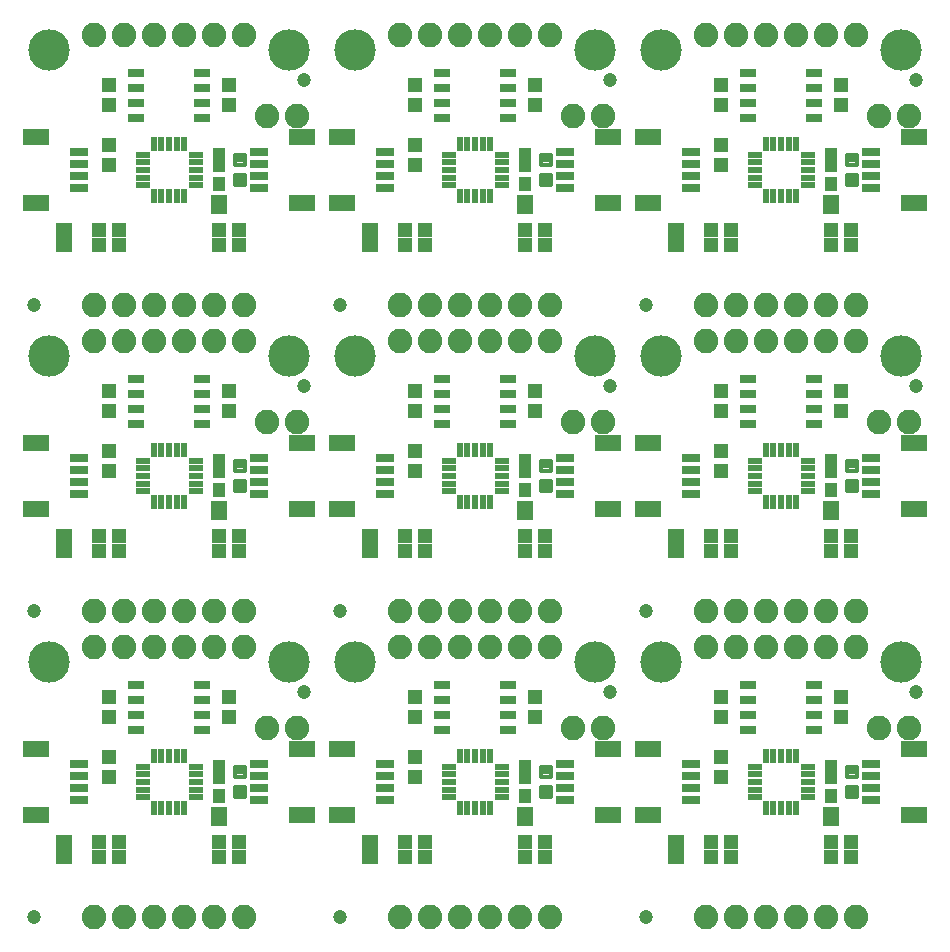
<source format=gts>
G75*
%MOIN*%
%OFA0B0*%
%FSLAX25Y25*%
%IPPOS*%
%LPD*%
%AMOC8*
5,1,8,0,0,1.08239X$1,22.5*
%
%ADD10C,0.08200*%
%ADD11R,0.05131X0.04737*%
%ADD12C,0.13800*%
%ADD13R,0.05800X0.03300*%
%ADD14C,0.04737*%
%ADD15R,0.01981X0.05131*%
%ADD16R,0.05131X0.01981*%
%ADD17R,0.04737X0.05131*%
%ADD18R,0.05524X0.03162*%
%ADD19R,0.08674X0.05524*%
%ADD20R,0.06115X0.03162*%
%ADD21C,0.01421*%
%ADD22R,0.03950X0.04737*%
%ADD23R,0.03950X0.08280*%
D10*
X0098333Y0043333D03*
X0108333Y0043333D03*
X0118333Y0043333D03*
X0128333Y0043333D03*
X0138333Y0043333D03*
X0148333Y0043333D03*
X0200333Y0043333D03*
X0210333Y0043333D03*
X0220333Y0043333D03*
X0230333Y0043333D03*
X0240333Y0043333D03*
X0250333Y0043333D03*
X0302333Y0043333D03*
X0312333Y0043333D03*
X0322333Y0043333D03*
X0332333Y0043333D03*
X0342333Y0043333D03*
X0352333Y0043333D03*
X0359833Y0106333D03*
X0369833Y0106333D03*
X0352333Y0133333D03*
X0342333Y0133333D03*
X0332333Y0133333D03*
X0322333Y0133333D03*
X0312333Y0133333D03*
X0302333Y0133333D03*
X0302333Y0145333D03*
X0312333Y0145333D03*
X0322333Y0145333D03*
X0332333Y0145333D03*
X0342333Y0145333D03*
X0352333Y0145333D03*
X0359833Y0208333D03*
X0369833Y0208333D03*
X0352333Y0235333D03*
X0342333Y0235333D03*
X0332333Y0235333D03*
X0322333Y0235333D03*
X0312333Y0235333D03*
X0302333Y0235333D03*
X0302333Y0247333D03*
X0312333Y0247333D03*
X0322333Y0247333D03*
X0332333Y0247333D03*
X0342333Y0247333D03*
X0352333Y0247333D03*
X0359833Y0310333D03*
X0369833Y0310333D03*
X0352333Y0337333D03*
X0342333Y0337333D03*
X0332333Y0337333D03*
X0322333Y0337333D03*
X0312333Y0337333D03*
X0302333Y0337333D03*
X0267833Y0310333D03*
X0257833Y0310333D03*
X0250333Y0337333D03*
X0240333Y0337333D03*
X0230333Y0337333D03*
X0220333Y0337333D03*
X0210333Y0337333D03*
X0200333Y0337333D03*
X0165833Y0310333D03*
X0155833Y0310333D03*
X0148333Y0337333D03*
X0138333Y0337333D03*
X0128333Y0337333D03*
X0118333Y0337333D03*
X0108333Y0337333D03*
X0098333Y0337333D03*
X0098333Y0247333D03*
X0108333Y0247333D03*
X0118333Y0247333D03*
X0128333Y0247333D03*
X0138333Y0247333D03*
X0148333Y0247333D03*
X0148333Y0235333D03*
X0138333Y0235333D03*
X0128333Y0235333D03*
X0118333Y0235333D03*
X0108333Y0235333D03*
X0098333Y0235333D03*
X0155833Y0208333D03*
X0165833Y0208333D03*
X0200333Y0235333D03*
X0210333Y0235333D03*
X0220333Y0235333D03*
X0230333Y0235333D03*
X0240333Y0235333D03*
X0250333Y0235333D03*
X0250333Y0247333D03*
X0240333Y0247333D03*
X0230333Y0247333D03*
X0220333Y0247333D03*
X0210333Y0247333D03*
X0200333Y0247333D03*
X0257833Y0208333D03*
X0267833Y0208333D03*
X0250333Y0145333D03*
X0240333Y0145333D03*
X0230333Y0145333D03*
X0220333Y0145333D03*
X0210333Y0145333D03*
X0200333Y0145333D03*
X0200333Y0133333D03*
X0210333Y0133333D03*
X0220333Y0133333D03*
X0230333Y0133333D03*
X0240333Y0133333D03*
X0250333Y0133333D03*
X0257833Y0106333D03*
X0267833Y0106333D03*
X0165833Y0106333D03*
X0155833Y0106333D03*
X0148333Y0133333D03*
X0138333Y0133333D03*
X0128333Y0133333D03*
X0118333Y0133333D03*
X0108333Y0133333D03*
X0098333Y0133333D03*
X0098333Y0145333D03*
X0108333Y0145333D03*
X0118333Y0145333D03*
X0128333Y0145333D03*
X0138333Y0145333D03*
X0148333Y0145333D03*
D11*
X0146680Y0165333D03*
X0146680Y0170333D03*
X0139987Y0170333D03*
X0139987Y0165333D03*
X0106680Y0165333D03*
X0106680Y0170333D03*
X0099987Y0170333D03*
X0099987Y0165333D03*
X0099987Y0068333D03*
X0099987Y0063333D03*
X0106680Y0063333D03*
X0106680Y0068333D03*
X0139987Y0068333D03*
X0139987Y0063333D03*
X0146680Y0063333D03*
X0146680Y0068333D03*
X0201987Y0068333D03*
X0201987Y0063333D03*
X0208680Y0063333D03*
X0208680Y0068333D03*
X0241987Y0068333D03*
X0241987Y0063333D03*
X0248680Y0063333D03*
X0248680Y0068333D03*
X0303987Y0068333D03*
X0303987Y0063333D03*
X0310680Y0063333D03*
X0310680Y0068333D03*
X0343987Y0068333D03*
X0343987Y0063333D03*
X0350680Y0063333D03*
X0350680Y0068333D03*
X0350680Y0165333D03*
X0343987Y0165333D03*
X0343987Y0170333D03*
X0350680Y0170333D03*
X0310680Y0170333D03*
X0303987Y0170333D03*
X0303987Y0165333D03*
X0310680Y0165333D03*
X0248680Y0165333D03*
X0248680Y0170333D03*
X0241987Y0170333D03*
X0241987Y0165333D03*
X0208680Y0165333D03*
X0201987Y0165333D03*
X0201987Y0170333D03*
X0208680Y0170333D03*
X0208680Y0267333D03*
X0208680Y0272333D03*
X0201987Y0272333D03*
X0201987Y0267333D03*
X0241987Y0267333D03*
X0241987Y0272333D03*
X0248680Y0272333D03*
X0248680Y0267333D03*
X0303987Y0267333D03*
X0303987Y0272333D03*
X0310680Y0272333D03*
X0310680Y0267333D03*
X0343987Y0267333D03*
X0343987Y0272333D03*
X0350680Y0272333D03*
X0350680Y0267333D03*
X0146680Y0267333D03*
X0146680Y0272333D03*
X0139987Y0272333D03*
X0139987Y0267333D03*
X0106680Y0267333D03*
X0106680Y0272333D03*
X0099987Y0272333D03*
X0099987Y0267333D03*
D12*
X0083333Y0230333D03*
X0163333Y0230333D03*
X0185333Y0230333D03*
X0265333Y0230333D03*
X0287333Y0230333D03*
X0367333Y0230333D03*
X0367333Y0332333D03*
X0287333Y0332333D03*
X0265333Y0332333D03*
X0185333Y0332333D03*
X0163333Y0332333D03*
X0083333Y0332333D03*
X0083333Y0128333D03*
X0163333Y0128333D03*
X0185333Y0128333D03*
X0265333Y0128333D03*
X0287333Y0128333D03*
X0367333Y0128333D03*
D13*
X0343833Y0177233D03*
X0343833Y0180433D03*
X0292333Y0171033D03*
X0292333Y0167833D03*
X0292333Y0164633D03*
X0241833Y0177233D03*
X0241833Y0180433D03*
X0190333Y0171033D03*
X0190333Y0167833D03*
X0190333Y0164633D03*
X0139833Y0177233D03*
X0139833Y0180433D03*
X0088333Y0171033D03*
X0088333Y0167833D03*
X0088333Y0164633D03*
X0139833Y0078433D03*
X0139833Y0075233D03*
X0190333Y0069033D03*
X0190333Y0065833D03*
X0190333Y0062633D03*
X0241833Y0075233D03*
X0241833Y0078433D03*
X0292333Y0069033D03*
X0292333Y0065833D03*
X0292333Y0062633D03*
X0343833Y0075233D03*
X0343833Y0078433D03*
X0292333Y0266633D03*
X0292333Y0269833D03*
X0292333Y0273033D03*
X0241833Y0279233D03*
X0241833Y0282433D03*
X0190333Y0273033D03*
X0190333Y0269833D03*
X0190333Y0266633D03*
X0139833Y0279233D03*
X0139833Y0282433D03*
X0088333Y0273033D03*
X0088333Y0269833D03*
X0088333Y0266633D03*
X0088333Y0069033D03*
X0088333Y0065833D03*
X0088333Y0062633D03*
X0343833Y0279233D03*
X0343833Y0282433D03*
D14*
X0078333Y0043333D03*
X0168333Y0118333D03*
X0180333Y0145333D03*
X0168333Y0220333D03*
X0180333Y0247333D03*
X0168333Y0322333D03*
X0078333Y0247333D03*
X0078333Y0145333D03*
X0180333Y0043333D03*
X0270333Y0118333D03*
X0282333Y0145333D03*
X0270333Y0220333D03*
X0282333Y0247333D03*
X0270333Y0322333D03*
X0372333Y0322333D03*
X0372333Y0220333D03*
X0372333Y0118333D03*
X0282333Y0043333D03*
D15*
X0322215Y0079672D03*
X0324774Y0079672D03*
X0327333Y0079672D03*
X0329892Y0079672D03*
X0332451Y0079672D03*
X0332451Y0096995D03*
X0329892Y0096995D03*
X0327333Y0096995D03*
X0324774Y0096995D03*
X0322215Y0096995D03*
X0230451Y0096995D03*
X0227892Y0096995D03*
X0225333Y0096995D03*
X0222774Y0096995D03*
X0220215Y0096995D03*
X0220215Y0079672D03*
X0222774Y0079672D03*
X0225333Y0079672D03*
X0227892Y0079672D03*
X0230451Y0079672D03*
X0128451Y0079672D03*
X0125892Y0079672D03*
X0123333Y0079672D03*
X0120774Y0079672D03*
X0118215Y0079672D03*
X0118215Y0096995D03*
X0120774Y0096995D03*
X0123333Y0096995D03*
X0125892Y0096995D03*
X0128451Y0096995D03*
X0128451Y0181672D03*
X0125892Y0181672D03*
X0123333Y0181672D03*
X0120774Y0181672D03*
X0118215Y0181672D03*
X0118215Y0198995D03*
X0120774Y0198995D03*
X0123333Y0198995D03*
X0125892Y0198995D03*
X0128451Y0198995D03*
X0128451Y0283672D03*
X0125892Y0283672D03*
X0123333Y0283672D03*
X0120774Y0283672D03*
X0118215Y0283672D03*
X0118215Y0300995D03*
X0120774Y0300995D03*
X0123333Y0300995D03*
X0125892Y0300995D03*
X0128451Y0300995D03*
X0220215Y0300995D03*
X0222774Y0300995D03*
X0225333Y0300995D03*
X0227892Y0300995D03*
X0230451Y0300995D03*
X0230451Y0283672D03*
X0227892Y0283672D03*
X0225333Y0283672D03*
X0222774Y0283672D03*
X0220215Y0283672D03*
X0220215Y0198995D03*
X0222774Y0198995D03*
X0225333Y0198995D03*
X0227892Y0198995D03*
X0230451Y0198995D03*
X0230451Y0181672D03*
X0227892Y0181672D03*
X0225333Y0181672D03*
X0222774Y0181672D03*
X0220215Y0181672D03*
X0322215Y0181672D03*
X0324774Y0181672D03*
X0327333Y0181672D03*
X0329892Y0181672D03*
X0332451Y0181672D03*
X0332451Y0198995D03*
X0329892Y0198995D03*
X0327333Y0198995D03*
X0324774Y0198995D03*
X0322215Y0198995D03*
X0322215Y0283672D03*
X0324774Y0283672D03*
X0327333Y0283672D03*
X0329892Y0283672D03*
X0332451Y0283672D03*
X0332451Y0300995D03*
X0329892Y0300995D03*
X0327333Y0300995D03*
X0324774Y0300995D03*
X0322215Y0300995D03*
D16*
X0318672Y0297451D03*
X0318672Y0294892D03*
X0318672Y0292333D03*
X0318672Y0289774D03*
X0318672Y0287215D03*
X0336388Y0287215D03*
X0336388Y0289774D03*
X0336388Y0292333D03*
X0336388Y0294892D03*
X0336388Y0297451D03*
X0234388Y0297451D03*
X0234388Y0294892D03*
X0234388Y0292333D03*
X0234388Y0289774D03*
X0234388Y0287215D03*
X0216672Y0287215D03*
X0216672Y0289774D03*
X0216672Y0292333D03*
X0216672Y0294892D03*
X0216672Y0297451D03*
X0132388Y0297451D03*
X0132388Y0294892D03*
X0132388Y0292333D03*
X0132388Y0289774D03*
X0132388Y0287215D03*
X0114672Y0287215D03*
X0114672Y0289774D03*
X0114672Y0292333D03*
X0114672Y0294892D03*
X0114672Y0297451D03*
X0114672Y0195451D03*
X0114672Y0192892D03*
X0114672Y0190333D03*
X0114672Y0187774D03*
X0114672Y0185215D03*
X0132388Y0185215D03*
X0132388Y0187774D03*
X0132388Y0190333D03*
X0132388Y0192892D03*
X0132388Y0195451D03*
X0216672Y0195451D03*
X0216672Y0192892D03*
X0216672Y0190333D03*
X0216672Y0187774D03*
X0216672Y0185215D03*
X0234388Y0185215D03*
X0234388Y0187774D03*
X0234388Y0190333D03*
X0234388Y0192892D03*
X0234388Y0195451D03*
X0318672Y0195451D03*
X0318672Y0192892D03*
X0318672Y0190333D03*
X0318672Y0187774D03*
X0318672Y0185215D03*
X0336388Y0185215D03*
X0336388Y0187774D03*
X0336388Y0190333D03*
X0336388Y0192892D03*
X0336388Y0195451D03*
X0336388Y0093451D03*
X0336388Y0090892D03*
X0336388Y0088333D03*
X0336388Y0085774D03*
X0336388Y0083215D03*
X0318672Y0083215D03*
X0318672Y0085774D03*
X0318672Y0088333D03*
X0318672Y0090892D03*
X0318672Y0093451D03*
X0234388Y0093451D03*
X0234388Y0090892D03*
X0234388Y0088333D03*
X0234388Y0085774D03*
X0234388Y0083215D03*
X0216672Y0083215D03*
X0216672Y0085774D03*
X0216672Y0088333D03*
X0216672Y0090892D03*
X0216672Y0093451D03*
X0132388Y0093451D03*
X0132388Y0090892D03*
X0132388Y0088333D03*
X0132388Y0085774D03*
X0132388Y0083215D03*
X0114672Y0083215D03*
X0114672Y0085774D03*
X0114672Y0088333D03*
X0114672Y0090892D03*
X0114672Y0093451D03*
D17*
X0103333Y0096680D03*
X0103333Y0089987D03*
X0103333Y0109987D03*
X0103333Y0116680D03*
X0143333Y0116680D03*
X0143333Y0109987D03*
X0205333Y0109987D03*
X0205333Y0116680D03*
X0205333Y0096680D03*
X0205333Y0089987D03*
X0245333Y0109987D03*
X0245333Y0116680D03*
X0307333Y0116680D03*
X0307333Y0109987D03*
X0307333Y0096680D03*
X0307333Y0089987D03*
X0347333Y0109987D03*
X0347333Y0116680D03*
X0307333Y0191987D03*
X0307333Y0198680D03*
X0307333Y0211987D03*
X0307333Y0218680D03*
X0347333Y0218680D03*
X0347333Y0211987D03*
X0307333Y0293987D03*
X0307333Y0300680D03*
X0307333Y0313987D03*
X0307333Y0320680D03*
X0347333Y0320680D03*
X0347333Y0313987D03*
X0245333Y0313987D03*
X0245333Y0320680D03*
X0205333Y0320680D03*
X0205333Y0313987D03*
X0205333Y0300680D03*
X0205333Y0293987D03*
X0143333Y0313987D03*
X0143333Y0320680D03*
X0103333Y0320680D03*
X0103333Y0313987D03*
X0103333Y0300680D03*
X0103333Y0293987D03*
X0103333Y0218680D03*
X0103333Y0211987D03*
X0103333Y0198680D03*
X0103333Y0191987D03*
X0143333Y0211987D03*
X0143333Y0218680D03*
X0205333Y0218680D03*
X0205333Y0211987D03*
X0205333Y0198680D03*
X0205333Y0191987D03*
X0245333Y0211987D03*
X0245333Y0218680D03*
D18*
X0236357Y0217833D03*
X0236357Y0212833D03*
X0236357Y0207833D03*
X0236357Y0222833D03*
X0214310Y0222833D03*
X0214310Y0217833D03*
X0214310Y0212833D03*
X0214310Y0207833D03*
X0134357Y0207833D03*
X0134357Y0212833D03*
X0134357Y0217833D03*
X0134357Y0222833D03*
X0112310Y0222833D03*
X0112310Y0217833D03*
X0112310Y0212833D03*
X0112310Y0207833D03*
X0112310Y0120833D03*
X0112310Y0115833D03*
X0112310Y0110833D03*
X0112310Y0105833D03*
X0134357Y0105833D03*
X0134357Y0110833D03*
X0134357Y0115833D03*
X0134357Y0120833D03*
X0214310Y0120833D03*
X0214310Y0115833D03*
X0214310Y0110833D03*
X0214310Y0105833D03*
X0236357Y0105833D03*
X0236357Y0110833D03*
X0236357Y0115833D03*
X0236357Y0120833D03*
X0316310Y0120833D03*
X0316310Y0115833D03*
X0316310Y0110833D03*
X0316310Y0105833D03*
X0338357Y0105833D03*
X0338357Y0110833D03*
X0338357Y0115833D03*
X0338357Y0120833D03*
X0338357Y0207833D03*
X0338357Y0212833D03*
X0338357Y0217833D03*
X0338357Y0222833D03*
X0316310Y0222833D03*
X0316310Y0217833D03*
X0316310Y0212833D03*
X0316310Y0207833D03*
X0316310Y0309833D03*
X0316310Y0314833D03*
X0316310Y0319833D03*
X0316310Y0324833D03*
X0338357Y0324833D03*
X0338357Y0319833D03*
X0338357Y0314833D03*
X0338357Y0309833D03*
X0236357Y0309833D03*
X0236357Y0314833D03*
X0236357Y0319833D03*
X0236357Y0324833D03*
X0214310Y0324833D03*
X0214310Y0319833D03*
X0214310Y0314833D03*
X0214310Y0309833D03*
X0134357Y0309833D03*
X0134357Y0314833D03*
X0134357Y0319833D03*
X0134357Y0324833D03*
X0112310Y0324833D03*
X0112310Y0319833D03*
X0112310Y0314833D03*
X0112310Y0309833D03*
D19*
X0078865Y0303357D03*
X0078865Y0281310D03*
X0078865Y0201357D03*
X0078865Y0179310D03*
X0078865Y0099357D03*
X0078865Y0077310D03*
X0167802Y0077310D03*
X0180865Y0077310D03*
X0180865Y0099357D03*
X0167802Y0099357D03*
X0167802Y0179310D03*
X0180865Y0179310D03*
X0180865Y0201357D03*
X0167802Y0201357D03*
X0167802Y0281310D03*
X0180865Y0281310D03*
X0180865Y0303357D03*
X0167802Y0303357D03*
X0269802Y0303357D03*
X0282865Y0303357D03*
X0282865Y0281310D03*
X0269802Y0281310D03*
X0269802Y0201357D03*
X0282865Y0201357D03*
X0282865Y0179310D03*
X0269802Y0179310D03*
X0269802Y0099357D03*
X0282865Y0099357D03*
X0282865Y0077310D03*
X0269802Y0077310D03*
X0371802Y0077310D03*
X0371802Y0099357D03*
X0371802Y0179310D03*
X0371802Y0201357D03*
X0371802Y0281310D03*
X0371802Y0303357D03*
D20*
X0357333Y0298239D03*
X0357333Y0294302D03*
X0357333Y0290365D03*
X0357333Y0286428D03*
X0297333Y0286428D03*
X0297333Y0290365D03*
X0297333Y0294302D03*
X0297333Y0298239D03*
X0255333Y0298239D03*
X0255333Y0294302D03*
X0255333Y0290365D03*
X0255333Y0286428D03*
X0195333Y0286428D03*
X0195333Y0290365D03*
X0195333Y0294302D03*
X0195333Y0298239D03*
X0153333Y0298239D03*
X0153333Y0294302D03*
X0153333Y0290365D03*
X0153333Y0286428D03*
X0093333Y0286428D03*
X0093333Y0290365D03*
X0093333Y0294302D03*
X0093333Y0298239D03*
X0093333Y0196239D03*
X0093333Y0192302D03*
X0093333Y0188365D03*
X0093333Y0184428D03*
X0153333Y0184428D03*
X0153333Y0188365D03*
X0153333Y0192302D03*
X0153333Y0196239D03*
X0195333Y0196239D03*
X0195333Y0192302D03*
X0195333Y0188365D03*
X0195333Y0184428D03*
X0255333Y0184428D03*
X0255333Y0188365D03*
X0255333Y0192302D03*
X0255333Y0196239D03*
X0297333Y0196239D03*
X0297333Y0192302D03*
X0297333Y0188365D03*
X0297333Y0184428D03*
X0357333Y0184428D03*
X0357333Y0188365D03*
X0357333Y0192302D03*
X0357333Y0196239D03*
X0357333Y0094239D03*
X0357333Y0090302D03*
X0357333Y0086365D03*
X0357333Y0082428D03*
X0297333Y0082428D03*
X0297333Y0086365D03*
X0297333Y0090302D03*
X0297333Y0094239D03*
X0255333Y0094239D03*
X0255333Y0090302D03*
X0255333Y0086365D03*
X0255333Y0082428D03*
X0195333Y0082428D03*
X0195333Y0086365D03*
X0195333Y0090302D03*
X0195333Y0094239D03*
X0153333Y0094239D03*
X0153333Y0090302D03*
X0153333Y0086365D03*
X0153333Y0082428D03*
X0093333Y0082428D03*
X0093333Y0086365D03*
X0093333Y0090302D03*
X0093333Y0094239D03*
D21*
X0145175Y0090128D02*
X0148491Y0090128D01*
X0145175Y0090128D02*
X0145175Y0093444D01*
X0148491Y0093444D01*
X0148491Y0090128D01*
X0148491Y0091548D02*
X0145175Y0091548D01*
X0145175Y0092968D02*
X0148491Y0092968D01*
X0148491Y0083223D02*
X0145175Y0083223D01*
X0145175Y0086539D01*
X0148491Y0086539D01*
X0148491Y0083223D01*
X0148491Y0084643D02*
X0145175Y0084643D01*
X0145175Y0086063D02*
X0148491Y0086063D01*
X0247175Y0083223D02*
X0250491Y0083223D01*
X0247175Y0083223D02*
X0247175Y0086539D01*
X0250491Y0086539D01*
X0250491Y0083223D01*
X0250491Y0084643D02*
X0247175Y0084643D01*
X0247175Y0086063D02*
X0250491Y0086063D01*
X0250491Y0090128D02*
X0247175Y0090128D01*
X0247175Y0093444D01*
X0250491Y0093444D01*
X0250491Y0090128D01*
X0250491Y0091548D02*
X0247175Y0091548D01*
X0247175Y0092968D02*
X0250491Y0092968D01*
X0349175Y0090128D02*
X0352491Y0090128D01*
X0349175Y0090128D02*
X0349175Y0093444D01*
X0352491Y0093444D01*
X0352491Y0090128D01*
X0352491Y0091548D02*
X0349175Y0091548D01*
X0349175Y0092968D02*
X0352491Y0092968D01*
X0352491Y0083223D02*
X0349175Y0083223D01*
X0349175Y0086539D01*
X0352491Y0086539D01*
X0352491Y0083223D01*
X0352491Y0084643D02*
X0349175Y0084643D01*
X0349175Y0086063D02*
X0352491Y0086063D01*
X0352491Y0185223D02*
X0349175Y0185223D01*
X0349175Y0188539D01*
X0352491Y0188539D01*
X0352491Y0185223D01*
X0352491Y0186643D02*
X0349175Y0186643D01*
X0349175Y0188063D02*
X0352491Y0188063D01*
X0352491Y0192128D02*
X0349175Y0192128D01*
X0349175Y0195444D01*
X0352491Y0195444D01*
X0352491Y0192128D01*
X0352491Y0193548D02*
X0349175Y0193548D01*
X0349175Y0194968D02*
X0352491Y0194968D01*
X0352491Y0287223D02*
X0349175Y0287223D01*
X0349175Y0290539D01*
X0352491Y0290539D01*
X0352491Y0287223D01*
X0352491Y0288643D02*
X0349175Y0288643D01*
X0349175Y0290063D02*
X0352491Y0290063D01*
X0352491Y0294128D02*
X0349175Y0294128D01*
X0349175Y0297444D01*
X0352491Y0297444D01*
X0352491Y0294128D01*
X0352491Y0295548D02*
X0349175Y0295548D01*
X0349175Y0296968D02*
X0352491Y0296968D01*
X0250491Y0294128D02*
X0247175Y0294128D01*
X0247175Y0297444D01*
X0250491Y0297444D01*
X0250491Y0294128D01*
X0250491Y0295548D02*
X0247175Y0295548D01*
X0247175Y0296968D02*
X0250491Y0296968D01*
X0250491Y0287223D02*
X0247175Y0287223D01*
X0247175Y0290539D01*
X0250491Y0290539D01*
X0250491Y0287223D01*
X0250491Y0288643D02*
X0247175Y0288643D01*
X0247175Y0290063D02*
X0250491Y0290063D01*
X0250491Y0192128D02*
X0247175Y0192128D01*
X0247175Y0195444D01*
X0250491Y0195444D01*
X0250491Y0192128D01*
X0250491Y0193548D02*
X0247175Y0193548D01*
X0247175Y0194968D02*
X0250491Y0194968D01*
X0250491Y0185223D02*
X0247175Y0185223D01*
X0247175Y0188539D01*
X0250491Y0188539D01*
X0250491Y0185223D01*
X0250491Y0186643D02*
X0247175Y0186643D01*
X0247175Y0188063D02*
X0250491Y0188063D01*
X0148491Y0185223D02*
X0145175Y0185223D01*
X0145175Y0188539D01*
X0148491Y0188539D01*
X0148491Y0185223D01*
X0148491Y0186643D02*
X0145175Y0186643D01*
X0145175Y0188063D02*
X0148491Y0188063D01*
X0148491Y0192128D02*
X0145175Y0192128D01*
X0145175Y0195444D01*
X0148491Y0195444D01*
X0148491Y0192128D01*
X0148491Y0193548D02*
X0145175Y0193548D01*
X0145175Y0194968D02*
X0148491Y0194968D01*
X0148491Y0287223D02*
X0145175Y0287223D01*
X0145175Y0290539D01*
X0148491Y0290539D01*
X0148491Y0287223D01*
X0148491Y0288643D02*
X0145175Y0288643D01*
X0145175Y0290063D02*
X0148491Y0290063D01*
X0148491Y0294128D02*
X0145175Y0294128D01*
X0145175Y0297444D01*
X0148491Y0297444D01*
X0148491Y0294128D01*
X0148491Y0295548D02*
X0145175Y0295548D01*
X0145175Y0296968D02*
X0148491Y0296968D01*
D22*
X0139833Y0287609D03*
X0241833Y0287609D03*
X0343833Y0287609D03*
X0343833Y0185609D03*
X0241833Y0185609D03*
X0139833Y0185609D03*
X0139833Y0083609D03*
X0241833Y0083609D03*
X0343833Y0083609D03*
D23*
X0343833Y0091589D03*
X0241833Y0091589D03*
X0139833Y0091589D03*
X0139833Y0193589D03*
X0241833Y0193589D03*
X0343833Y0193589D03*
X0343833Y0295589D03*
X0241833Y0295589D03*
X0139833Y0295589D03*
M02*

</source>
